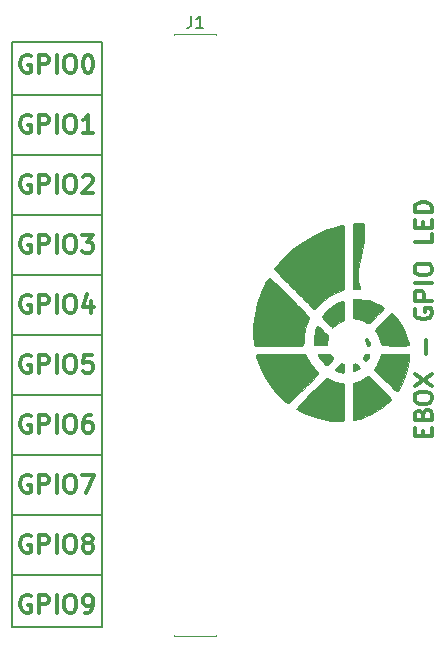
<source format=gbr>
G04 #@! TF.GenerationSoftware,KiCad,Pcbnew,(5.0.0-rc2-dev-107-g49486b83b)*
G04 #@! TF.CreationDate,2018-03-26T23:58:36+08:00*
G04 #@! TF.ProjectId,ebox-gpio-led,65626F782D6770696F2D6C65642E6B69,rev?*
G04 #@! TF.SameCoordinates,Original*
G04 #@! TF.FileFunction,Legend,Top*
G04 #@! TF.FilePolarity,Positive*
%FSLAX46Y46*%
G04 Gerber Fmt 4.6, Leading zero omitted, Abs format (unit mm)*
G04 Created by KiCad (PCBNEW (5.0.0-rc2-dev-107-g49486b83b)) date 03/26/18 23:58:37*
%MOMM*%
%LPD*%
G01*
G04 APERTURE LIST*
%ADD10C,0.200000*%
%ADD11C,0.300000*%
%ADD12C,0.120000*%
%ADD13C,0.010000*%
%ADD14C,0.150000*%
G04 APERTURE END LIST*
D10*
X6985000Y-57785000D02*
X14605000Y-57785000D01*
X6985000Y-52705000D02*
X14605000Y-52705000D01*
X6985000Y-47625000D02*
X14605000Y-47625000D01*
X6985000Y-42545000D02*
X14605000Y-42545000D01*
X6985000Y-37465000D02*
X14605000Y-37465000D01*
X6985000Y-32385000D02*
X14605000Y-32385000D01*
X6985000Y-27305000D02*
X14605000Y-27305000D01*
X6985000Y-22225000D02*
X14605000Y-22225000D01*
X6985000Y-17145000D02*
X14605000Y-17145000D01*
X14605000Y-62230000D02*
X6985000Y-62230000D01*
X14605000Y-12700000D02*
X14605000Y-62230000D01*
X6985000Y-12700000D02*
X14605000Y-12700000D01*
X6985000Y-12700000D02*
X6985000Y-62230000D01*
D11*
X8580714Y-59575000D02*
X8437857Y-59503571D01*
X8223571Y-59503571D01*
X8009285Y-59575000D01*
X7866428Y-59717857D01*
X7795000Y-59860714D01*
X7723571Y-60146428D01*
X7723571Y-60360714D01*
X7795000Y-60646428D01*
X7866428Y-60789285D01*
X8009285Y-60932142D01*
X8223571Y-61003571D01*
X8366428Y-61003571D01*
X8580714Y-60932142D01*
X8652142Y-60860714D01*
X8652142Y-60360714D01*
X8366428Y-60360714D01*
X9295000Y-61003571D02*
X9295000Y-59503571D01*
X9866428Y-59503571D01*
X10009285Y-59575000D01*
X10080714Y-59646428D01*
X10152142Y-59789285D01*
X10152142Y-60003571D01*
X10080714Y-60146428D01*
X10009285Y-60217857D01*
X9866428Y-60289285D01*
X9295000Y-60289285D01*
X10795000Y-61003571D02*
X10795000Y-59503571D01*
X11795000Y-59503571D02*
X12080714Y-59503571D01*
X12223571Y-59575000D01*
X12366428Y-59717857D01*
X12437857Y-60003571D01*
X12437857Y-60503571D01*
X12366428Y-60789285D01*
X12223571Y-60932142D01*
X12080714Y-61003571D01*
X11795000Y-61003571D01*
X11652142Y-60932142D01*
X11509285Y-60789285D01*
X11437857Y-60503571D01*
X11437857Y-60003571D01*
X11509285Y-59717857D01*
X11652142Y-59575000D01*
X11795000Y-59503571D01*
X13152142Y-61003571D02*
X13437857Y-61003571D01*
X13580714Y-60932142D01*
X13652142Y-60860714D01*
X13795000Y-60646428D01*
X13866428Y-60360714D01*
X13866428Y-59789285D01*
X13795000Y-59646428D01*
X13723571Y-59575000D01*
X13580714Y-59503571D01*
X13295000Y-59503571D01*
X13152142Y-59575000D01*
X13080714Y-59646428D01*
X13009285Y-59789285D01*
X13009285Y-60146428D01*
X13080714Y-60289285D01*
X13152142Y-60360714D01*
X13295000Y-60432142D01*
X13580714Y-60432142D01*
X13723571Y-60360714D01*
X13795000Y-60289285D01*
X13866428Y-60146428D01*
X8580714Y-54495000D02*
X8437857Y-54423571D01*
X8223571Y-54423571D01*
X8009285Y-54495000D01*
X7866428Y-54637857D01*
X7795000Y-54780714D01*
X7723571Y-55066428D01*
X7723571Y-55280714D01*
X7795000Y-55566428D01*
X7866428Y-55709285D01*
X8009285Y-55852142D01*
X8223571Y-55923571D01*
X8366428Y-55923571D01*
X8580714Y-55852142D01*
X8652142Y-55780714D01*
X8652142Y-55280714D01*
X8366428Y-55280714D01*
X9295000Y-55923571D02*
X9295000Y-54423571D01*
X9866428Y-54423571D01*
X10009285Y-54495000D01*
X10080714Y-54566428D01*
X10152142Y-54709285D01*
X10152142Y-54923571D01*
X10080714Y-55066428D01*
X10009285Y-55137857D01*
X9866428Y-55209285D01*
X9295000Y-55209285D01*
X10795000Y-55923571D02*
X10795000Y-54423571D01*
X11795000Y-54423571D02*
X12080714Y-54423571D01*
X12223571Y-54495000D01*
X12366428Y-54637857D01*
X12437857Y-54923571D01*
X12437857Y-55423571D01*
X12366428Y-55709285D01*
X12223571Y-55852142D01*
X12080714Y-55923571D01*
X11795000Y-55923571D01*
X11652142Y-55852142D01*
X11509285Y-55709285D01*
X11437857Y-55423571D01*
X11437857Y-54923571D01*
X11509285Y-54637857D01*
X11652142Y-54495000D01*
X11795000Y-54423571D01*
X13295000Y-55066428D02*
X13152142Y-54995000D01*
X13080714Y-54923571D01*
X13009285Y-54780714D01*
X13009285Y-54709285D01*
X13080714Y-54566428D01*
X13152142Y-54495000D01*
X13295000Y-54423571D01*
X13580714Y-54423571D01*
X13723571Y-54495000D01*
X13795000Y-54566428D01*
X13866428Y-54709285D01*
X13866428Y-54780714D01*
X13795000Y-54923571D01*
X13723571Y-54995000D01*
X13580714Y-55066428D01*
X13295000Y-55066428D01*
X13152142Y-55137857D01*
X13080714Y-55209285D01*
X13009285Y-55352142D01*
X13009285Y-55637857D01*
X13080714Y-55780714D01*
X13152142Y-55852142D01*
X13295000Y-55923571D01*
X13580714Y-55923571D01*
X13723571Y-55852142D01*
X13795000Y-55780714D01*
X13866428Y-55637857D01*
X13866428Y-55352142D01*
X13795000Y-55209285D01*
X13723571Y-55137857D01*
X13580714Y-55066428D01*
X8580714Y-49415000D02*
X8437857Y-49343571D01*
X8223571Y-49343571D01*
X8009285Y-49415000D01*
X7866428Y-49557857D01*
X7795000Y-49700714D01*
X7723571Y-49986428D01*
X7723571Y-50200714D01*
X7795000Y-50486428D01*
X7866428Y-50629285D01*
X8009285Y-50772142D01*
X8223571Y-50843571D01*
X8366428Y-50843571D01*
X8580714Y-50772142D01*
X8652142Y-50700714D01*
X8652142Y-50200714D01*
X8366428Y-50200714D01*
X9295000Y-50843571D02*
X9295000Y-49343571D01*
X9866428Y-49343571D01*
X10009285Y-49415000D01*
X10080714Y-49486428D01*
X10152142Y-49629285D01*
X10152142Y-49843571D01*
X10080714Y-49986428D01*
X10009285Y-50057857D01*
X9866428Y-50129285D01*
X9295000Y-50129285D01*
X10795000Y-50843571D02*
X10795000Y-49343571D01*
X11795000Y-49343571D02*
X12080714Y-49343571D01*
X12223571Y-49415000D01*
X12366428Y-49557857D01*
X12437857Y-49843571D01*
X12437857Y-50343571D01*
X12366428Y-50629285D01*
X12223571Y-50772142D01*
X12080714Y-50843571D01*
X11795000Y-50843571D01*
X11652142Y-50772142D01*
X11509285Y-50629285D01*
X11437857Y-50343571D01*
X11437857Y-49843571D01*
X11509285Y-49557857D01*
X11652142Y-49415000D01*
X11795000Y-49343571D01*
X12937857Y-49343571D02*
X13937857Y-49343571D01*
X13295000Y-50843571D01*
X8580714Y-44335000D02*
X8437857Y-44263571D01*
X8223571Y-44263571D01*
X8009285Y-44335000D01*
X7866428Y-44477857D01*
X7795000Y-44620714D01*
X7723571Y-44906428D01*
X7723571Y-45120714D01*
X7795000Y-45406428D01*
X7866428Y-45549285D01*
X8009285Y-45692142D01*
X8223571Y-45763571D01*
X8366428Y-45763571D01*
X8580714Y-45692142D01*
X8652142Y-45620714D01*
X8652142Y-45120714D01*
X8366428Y-45120714D01*
X9295000Y-45763571D02*
X9295000Y-44263571D01*
X9866428Y-44263571D01*
X10009285Y-44335000D01*
X10080714Y-44406428D01*
X10152142Y-44549285D01*
X10152142Y-44763571D01*
X10080714Y-44906428D01*
X10009285Y-44977857D01*
X9866428Y-45049285D01*
X9295000Y-45049285D01*
X10795000Y-45763571D02*
X10795000Y-44263571D01*
X11795000Y-44263571D02*
X12080714Y-44263571D01*
X12223571Y-44335000D01*
X12366428Y-44477857D01*
X12437857Y-44763571D01*
X12437857Y-45263571D01*
X12366428Y-45549285D01*
X12223571Y-45692142D01*
X12080714Y-45763571D01*
X11795000Y-45763571D01*
X11652142Y-45692142D01*
X11509285Y-45549285D01*
X11437857Y-45263571D01*
X11437857Y-44763571D01*
X11509285Y-44477857D01*
X11652142Y-44335000D01*
X11795000Y-44263571D01*
X13723571Y-44263571D02*
X13437857Y-44263571D01*
X13295000Y-44335000D01*
X13223571Y-44406428D01*
X13080714Y-44620714D01*
X13009285Y-44906428D01*
X13009285Y-45477857D01*
X13080714Y-45620714D01*
X13152142Y-45692142D01*
X13295000Y-45763571D01*
X13580714Y-45763571D01*
X13723571Y-45692142D01*
X13795000Y-45620714D01*
X13866428Y-45477857D01*
X13866428Y-45120714D01*
X13795000Y-44977857D01*
X13723571Y-44906428D01*
X13580714Y-44835000D01*
X13295000Y-44835000D01*
X13152142Y-44906428D01*
X13080714Y-44977857D01*
X13009285Y-45120714D01*
X8580714Y-39255000D02*
X8437857Y-39183571D01*
X8223571Y-39183571D01*
X8009285Y-39255000D01*
X7866428Y-39397857D01*
X7795000Y-39540714D01*
X7723571Y-39826428D01*
X7723571Y-40040714D01*
X7795000Y-40326428D01*
X7866428Y-40469285D01*
X8009285Y-40612142D01*
X8223571Y-40683571D01*
X8366428Y-40683571D01*
X8580714Y-40612142D01*
X8652142Y-40540714D01*
X8652142Y-40040714D01*
X8366428Y-40040714D01*
X9295000Y-40683571D02*
X9295000Y-39183571D01*
X9866428Y-39183571D01*
X10009285Y-39255000D01*
X10080714Y-39326428D01*
X10152142Y-39469285D01*
X10152142Y-39683571D01*
X10080714Y-39826428D01*
X10009285Y-39897857D01*
X9866428Y-39969285D01*
X9295000Y-39969285D01*
X10795000Y-40683571D02*
X10795000Y-39183571D01*
X11795000Y-39183571D02*
X12080714Y-39183571D01*
X12223571Y-39255000D01*
X12366428Y-39397857D01*
X12437857Y-39683571D01*
X12437857Y-40183571D01*
X12366428Y-40469285D01*
X12223571Y-40612142D01*
X12080714Y-40683571D01*
X11795000Y-40683571D01*
X11652142Y-40612142D01*
X11509285Y-40469285D01*
X11437857Y-40183571D01*
X11437857Y-39683571D01*
X11509285Y-39397857D01*
X11652142Y-39255000D01*
X11795000Y-39183571D01*
X13795000Y-39183571D02*
X13080714Y-39183571D01*
X13009285Y-39897857D01*
X13080714Y-39826428D01*
X13223571Y-39755000D01*
X13580714Y-39755000D01*
X13723571Y-39826428D01*
X13795000Y-39897857D01*
X13866428Y-40040714D01*
X13866428Y-40397857D01*
X13795000Y-40540714D01*
X13723571Y-40612142D01*
X13580714Y-40683571D01*
X13223571Y-40683571D01*
X13080714Y-40612142D01*
X13009285Y-40540714D01*
X8580714Y-34175000D02*
X8437857Y-34103571D01*
X8223571Y-34103571D01*
X8009285Y-34175000D01*
X7866428Y-34317857D01*
X7795000Y-34460714D01*
X7723571Y-34746428D01*
X7723571Y-34960714D01*
X7795000Y-35246428D01*
X7866428Y-35389285D01*
X8009285Y-35532142D01*
X8223571Y-35603571D01*
X8366428Y-35603571D01*
X8580714Y-35532142D01*
X8652142Y-35460714D01*
X8652142Y-34960714D01*
X8366428Y-34960714D01*
X9295000Y-35603571D02*
X9295000Y-34103571D01*
X9866428Y-34103571D01*
X10009285Y-34175000D01*
X10080714Y-34246428D01*
X10152142Y-34389285D01*
X10152142Y-34603571D01*
X10080714Y-34746428D01*
X10009285Y-34817857D01*
X9866428Y-34889285D01*
X9295000Y-34889285D01*
X10795000Y-35603571D02*
X10795000Y-34103571D01*
X11795000Y-34103571D02*
X12080714Y-34103571D01*
X12223571Y-34175000D01*
X12366428Y-34317857D01*
X12437857Y-34603571D01*
X12437857Y-35103571D01*
X12366428Y-35389285D01*
X12223571Y-35532142D01*
X12080714Y-35603571D01*
X11795000Y-35603571D01*
X11652142Y-35532142D01*
X11509285Y-35389285D01*
X11437857Y-35103571D01*
X11437857Y-34603571D01*
X11509285Y-34317857D01*
X11652142Y-34175000D01*
X11795000Y-34103571D01*
X13723571Y-34603571D02*
X13723571Y-35603571D01*
X13366428Y-34032142D02*
X13009285Y-35103571D01*
X13937857Y-35103571D01*
X8580714Y-29095000D02*
X8437857Y-29023571D01*
X8223571Y-29023571D01*
X8009285Y-29095000D01*
X7866428Y-29237857D01*
X7795000Y-29380714D01*
X7723571Y-29666428D01*
X7723571Y-29880714D01*
X7795000Y-30166428D01*
X7866428Y-30309285D01*
X8009285Y-30452142D01*
X8223571Y-30523571D01*
X8366428Y-30523571D01*
X8580714Y-30452142D01*
X8652142Y-30380714D01*
X8652142Y-29880714D01*
X8366428Y-29880714D01*
X9295000Y-30523571D02*
X9295000Y-29023571D01*
X9866428Y-29023571D01*
X10009285Y-29095000D01*
X10080714Y-29166428D01*
X10152142Y-29309285D01*
X10152142Y-29523571D01*
X10080714Y-29666428D01*
X10009285Y-29737857D01*
X9866428Y-29809285D01*
X9295000Y-29809285D01*
X10795000Y-30523571D02*
X10795000Y-29023571D01*
X11795000Y-29023571D02*
X12080714Y-29023571D01*
X12223571Y-29095000D01*
X12366428Y-29237857D01*
X12437857Y-29523571D01*
X12437857Y-30023571D01*
X12366428Y-30309285D01*
X12223571Y-30452142D01*
X12080714Y-30523571D01*
X11795000Y-30523571D01*
X11652142Y-30452142D01*
X11509285Y-30309285D01*
X11437857Y-30023571D01*
X11437857Y-29523571D01*
X11509285Y-29237857D01*
X11652142Y-29095000D01*
X11795000Y-29023571D01*
X12937857Y-29023571D02*
X13866428Y-29023571D01*
X13366428Y-29595000D01*
X13580714Y-29595000D01*
X13723571Y-29666428D01*
X13795000Y-29737857D01*
X13866428Y-29880714D01*
X13866428Y-30237857D01*
X13795000Y-30380714D01*
X13723571Y-30452142D01*
X13580714Y-30523571D01*
X13152142Y-30523571D01*
X13009285Y-30452142D01*
X12937857Y-30380714D01*
X8580714Y-24015000D02*
X8437857Y-23943571D01*
X8223571Y-23943571D01*
X8009285Y-24015000D01*
X7866428Y-24157857D01*
X7795000Y-24300714D01*
X7723571Y-24586428D01*
X7723571Y-24800714D01*
X7795000Y-25086428D01*
X7866428Y-25229285D01*
X8009285Y-25372142D01*
X8223571Y-25443571D01*
X8366428Y-25443571D01*
X8580714Y-25372142D01*
X8652142Y-25300714D01*
X8652142Y-24800714D01*
X8366428Y-24800714D01*
X9295000Y-25443571D02*
X9295000Y-23943571D01*
X9866428Y-23943571D01*
X10009285Y-24015000D01*
X10080714Y-24086428D01*
X10152142Y-24229285D01*
X10152142Y-24443571D01*
X10080714Y-24586428D01*
X10009285Y-24657857D01*
X9866428Y-24729285D01*
X9295000Y-24729285D01*
X10795000Y-25443571D02*
X10795000Y-23943571D01*
X11795000Y-23943571D02*
X12080714Y-23943571D01*
X12223571Y-24015000D01*
X12366428Y-24157857D01*
X12437857Y-24443571D01*
X12437857Y-24943571D01*
X12366428Y-25229285D01*
X12223571Y-25372142D01*
X12080714Y-25443571D01*
X11795000Y-25443571D01*
X11652142Y-25372142D01*
X11509285Y-25229285D01*
X11437857Y-24943571D01*
X11437857Y-24443571D01*
X11509285Y-24157857D01*
X11652142Y-24015000D01*
X11795000Y-23943571D01*
X13009285Y-24086428D02*
X13080714Y-24015000D01*
X13223571Y-23943571D01*
X13580714Y-23943571D01*
X13723571Y-24015000D01*
X13795000Y-24086428D01*
X13866428Y-24229285D01*
X13866428Y-24372142D01*
X13795000Y-24586428D01*
X12937857Y-25443571D01*
X13866428Y-25443571D01*
X8580714Y-18935000D02*
X8437857Y-18863571D01*
X8223571Y-18863571D01*
X8009285Y-18935000D01*
X7866428Y-19077857D01*
X7795000Y-19220714D01*
X7723571Y-19506428D01*
X7723571Y-19720714D01*
X7795000Y-20006428D01*
X7866428Y-20149285D01*
X8009285Y-20292142D01*
X8223571Y-20363571D01*
X8366428Y-20363571D01*
X8580714Y-20292142D01*
X8652142Y-20220714D01*
X8652142Y-19720714D01*
X8366428Y-19720714D01*
X9295000Y-20363571D02*
X9295000Y-18863571D01*
X9866428Y-18863571D01*
X10009285Y-18935000D01*
X10080714Y-19006428D01*
X10152142Y-19149285D01*
X10152142Y-19363571D01*
X10080714Y-19506428D01*
X10009285Y-19577857D01*
X9866428Y-19649285D01*
X9295000Y-19649285D01*
X10795000Y-20363571D02*
X10795000Y-18863571D01*
X11795000Y-18863571D02*
X12080714Y-18863571D01*
X12223571Y-18935000D01*
X12366428Y-19077857D01*
X12437857Y-19363571D01*
X12437857Y-19863571D01*
X12366428Y-20149285D01*
X12223571Y-20292142D01*
X12080714Y-20363571D01*
X11795000Y-20363571D01*
X11652142Y-20292142D01*
X11509285Y-20149285D01*
X11437857Y-19863571D01*
X11437857Y-19363571D01*
X11509285Y-19077857D01*
X11652142Y-18935000D01*
X11795000Y-18863571D01*
X13866428Y-20363571D02*
X13009285Y-20363571D01*
X13437857Y-20363571D02*
X13437857Y-18863571D01*
X13295000Y-19077857D01*
X13152142Y-19220714D01*
X13009285Y-19292142D01*
X41802857Y-46087857D02*
X41802857Y-45587857D01*
X42588571Y-45373571D02*
X42588571Y-46087857D01*
X41088571Y-46087857D01*
X41088571Y-45373571D01*
X41802857Y-44230714D02*
X41874285Y-44016428D01*
X41945714Y-43945000D01*
X42088571Y-43873571D01*
X42302857Y-43873571D01*
X42445714Y-43945000D01*
X42517142Y-44016428D01*
X42588571Y-44159285D01*
X42588571Y-44730714D01*
X41088571Y-44730714D01*
X41088571Y-44230714D01*
X41160000Y-44087857D01*
X41231428Y-44016428D01*
X41374285Y-43945000D01*
X41517142Y-43945000D01*
X41660000Y-44016428D01*
X41731428Y-44087857D01*
X41802857Y-44230714D01*
X41802857Y-44730714D01*
X41088571Y-42945000D02*
X41088571Y-42659285D01*
X41160000Y-42516428D01*
X41302857Y-42373571D01*
X41588571Y-42302142D01*
X42088571Y-42302142D01*
X42374285Y-42373571D01*
X42517142Y-42516428D01*
X42588571Y-42659285D01*
X42588571Y-42945000D01*
X42517142Y-43087857D01*
X42374285Y-43230714D01*
X42088571Y-43302142D01*
X41588571Y-43302142D01*
X41302857Y-43230714D01*
X41160000Y-43087857D01*
X41088571Y-42945000D01*
X41088571Y-41802142D02*
X42588571Y-40802142D01*
X41088571Y-40802142D02*
X42588571Y-41802142D01*
X42017142Y-39087857D02*
X42017142Y-37945000D01*
X41160000Y-35302142D02*
X41088571Y-35445000D01*
X41088571Y-35659285D01*
X41160000Y-35873571D01*
X41302857Y-36016428D01*
X41445714Y-36087857D01*
X41731428Y-36159285D01*
X41945714Y-36159285D01*
X42231428Y-36087857D01*
X42374285Y-36016428D01*
X42517142Y-35873571D01*
X42588571Y-35659285D01*
X42588571Y-35516428D01*
X42517142Y-35302142D01*
X42445714Y-35230714D01*
X41945714Y-35230714D01*
X41945714Y-35516428D01*
X42588571Y-34587857D02*
X41088571Y-34587857D01*
X41088571Y-34016428D01*
X41160000Y-33873571D01*
X41231428Y-33802142D01*
X41374285Y-33730714D01*
X41588571Y-33730714D01*
X41731428Y-33802142D01*
X41802857Y-33873571D01*
X41874285Y-34016428D01*
X41874285Y-34587857D01*
X42588571Y-33087857D02*
X41088571Y-33087857D01*
X41088571Y-32087857D02*
X41088571Y-31802142D01*
X41160000Y-31659285D01*
X41302857Y-31516428D01*
X41588571Y-31445000D01*
X42088571Y-31445000D01*
X42374285Y-31516428D01*
X42517142Y-31659285D01*
X42588571Y-31802142D01*
X42588571Y-32087857D01*
X42517142Y-32230714D01*
X42374285Y-32373571D01*
X42088571Y-32445000D01*
X41588571Y-32445000D01*
X41302857Y-32373571D01*
X41160000Y-32230714D01*
X41088571Y-32087857D01*
X42588571Y-28945000D02*
X42588571Y-29659285D01*
X41088571Y-29659285D01*
X41802857Y-28445000D02*
X41802857Y-27945000D01*
X42588571Y-27730714D02*
X42588571Y-28445000D01*
X41088571Y-28445000D01*
X41088571Y-27730714D01*
X42588571Y-27087857D02*
X41088571Y-27087857D01*
X41088571Y-26730714D01*
X41160000Y-26516428D01*
X41302857Y-26373571D01*
X41445714Y-26302142D01*
X41731428Y-26230714D01*
X41945714Y-26230714D01*
X42231428Y-26302142D01*
X42374285Y-26373571D01*
X42517142Y-26516428D01*
X42588571Y-26730714D01*
X42588571Y-27087857D01*
X8580714Y-13855000D02*
X8437857Y-13783571D01*
X8223571Y-13783571D01*
X8009285Y-13855000D01*
X7866428Y-13997857D01*
X7795000Y-14140714D01*
X7723571Y-14426428D01*
X7723571Y-14640714D01*
X7795000Y-14926428D01*
X7866428Y-15069285D01*
X8009285Y-15212142D01*
X8223571Y-15283571D01*
X8366428Y-15283571D01*
X8580714Y-15212142D01*
X8652142Y-15140714D01*
X8652142Y-14640714D01*
X8366428Y-14640714D01*
X9295000Y-15283571D02*
X9295000Y-13783571D01*
X9866428Y-13783571D01*
X10009285Y-13855000D01*
X10080714Y-13926428D01*
X10152142Y-14069285D01*
X10152142Y-14283571D01*
X10080714Y-14426428D01*
X10009285Y-14497857D01*
X9866428Y-14569285D01*
X9295000Y-14569285D01*
X10795000Y-15283571D02*
X10795000Y-13783571D01*
X11795000Y-13783571D02*
X12080714Y-13783571D01*
X12223571Y-13855000D01*
X12366428Y-13997857D01*
X12437857Y-14283571D01*
X12437857Y-14783571D01*
X12366428Y-15069285D01*
X12223571Y-15212142D01*
X12080714Y-15283571D01*
X11795000Y-15283571D01*
X11652142Y-15212142D01*
X11509285Y-15069285D01*
X11437857Y-14783571D01*
X11437857Y-14283571D01*
X11509285Y-13997857D01*
X11652142Y-13855000D01*
X11795000Y-13783571D01*
X13366428Y-13783571D02*
X13509285Y-13783571D01*
X13652142Y-13855000D01*
X13723571Y-13926428D01*
X13795000Y-14069285D01*
X13866428Y-14355000D01*
X13866428Y-14712142D01*
X13795000Y-14997857D01*
X13723571Y-15140714D01*
X13652142Y-15212142D01*
X13509285Y-15283571D01*
X13366428Y-15283571D01*
X13223571Y-15212142D01*
X13152142Y-15140714D01*
X13080714Y-14997857D01*
X13009285Y-14712142D01*
X13009285Y-14355000D01*
X13080714Y-14069285D01*
X13152142Y-13926428D01*
X13223571Y-13855000D01*
X13366428Y-13783571D01*
D12*
X24265000Y-62895000D02*
X24265000Y-62960000D01*
X20735000Y-62895000D02*
X20735000Y-62960000D01*
X24265000Y-12040000D02*
X24265000Y-12105000D01*
X20735000Y-12040000D02*
X20735000Y-12105000D01*
X20735000Y-62960000D02*
X24265000Y-62960000D01*
X20735000Y-12040000D02*
X24265000Y-12040000D01*
D13*
G36*
X37888601Y-40030966D02*
X37997665Y-39812969D01*
X38094592Y-39598970D01*
X38163653Y-39424428D01*
X38179532Y-39375080D01*
X38229355Y-39230727D01*
X38279692Y-39130173D01*
X38298186Y-39109158D01*
X38362768Y-39098118D01*
X38513331Y-39088301D01*
X38734261Y-39080226D01*
X39009941Y-39074410D01*
X39324755Y-39071373D01*
X39446200Y-39071058D01*
X39833898Y-39072180D01*
X40131286Y-39077247D01*
X40349626Y-39087885D01*
X40500181Y-39105717D01*
X40594213Y-39132367D01*
X40642986Y-39169459D01*
X40657763Y-39218617D01*
X40656269Y-39245540D01*
X40647304Y-39319874D01*
X40630035Y-39464319D01*
X40608139Y-39648097D01*
X40607380Y-39654480D01*
X40541257Y-40055884D01*
X40437894Y-40497460D01*
X40309504Y-40930631D01*
X40230597Y-41153080D01*
X40123244Y-41409036D01*
X40000694Y-41660173D01*
X39873582Y-41888652D01*
X39752545Y-42076636D01*
X39648221Y-42206284D01*
X39571247Y-42259758D01*
X39570660Y-42259846D01*
X39512602Y-42241020D01*
X39411759Y-42170266D01*
X39262666Y-42042724D01*
X39059859Y-41853535D01*
X38797874Y-41597840D01*
X38566056Y-41366332D01*
X37663052Y-40458252D01*
X37888601Y-40030966D01*
X37888601Y-40030966D01*
G37*
X37888601Y-40030966D02*
X37997665Y-39812969D01*
X38094592Y-39598970D01*
X38163653Y-39424428D01*
X38179532Y-39375080D01*
X38229355Y-39230727D01*
X38279692Y-39130173D01*
X38298186Y-39109158D01*
X38362768Y-39098118D01*
X38513331Y-39088301D01*
X38734261Y-39080226D01*
X39009941Y-39074410D01*
X39324755Y-39071373D01*
X39446200Y-39071058D01*
X39833898Y-39072180D01*
X40131286Y-39077247D01*
X40349626Y-39087885D01*
X40500181Y-39105717D01*
X40594213Y-39132367D01*
X40642986Y-39169459D01*
X40657763Y-39218617D01*
X40656269Y-39245540D01*
X40647304Y-39319874D01*
X40630035Y-39464319D01*
X40608139Y-39648097D01*
X40607380Y-39654480D01*
X40541257Y-40055884D01*
X40437894Y-40497460D01*
X40309504Y-40930631D01*
X40230597Y-41153080D01*
X40123244Y-41409036D01*
X40000694Y-41660173D01*
X39873582Y-41888652D01*
X39752545Y-42076636D01*
X39648221Y-42206284D01*
X39571247Y-42259758D01*
X39570660Y-42259846D01*
X39512602Y-42241020D01*
X39411759Y-42170266D01*
X39262666Y-42042724D01*
X39059859Y-41853535D01*
X38797874Y-41597840D01*
X38566056Y-41366332D01*
X37663052Y-40458252D01*
X37888601Y-40030966D01*
G36*
X37779936Y-37053513D02*
X37830379Y-36956014D01*
X37935501Y-36819556D01*
X38101376Y-36635614D01*
X38334079Y-36395667D01*
X38451787Y-36277551D01*
X39136314Y-35594433D01*
X39295932Y-35744857D01*
X39613389Y-36096654D01*
X39910033Y-36527134D01*
X40172956Y-37013684D01*
X40389251Y-37533695D01*
X40483393Y-37824844D01*
X40546349Y-38040788D01*
X40585071Y-38178773D01*
X40601792Y-38258929D01*
X40598747Y-38301387D01*
X40578170Y-38326280D01*
X40542297Y-38353738D01*
X40542115Y-38353889D01*
X40474029Y-38375341D01*
X40325895Y-38390226D01*
X40092228Y-38398754D01*
X39767540Y-38401137D01*
X39393411Y-38398209D01*
X38314652Y-38384480D01*
X38202979Y-38003480D01*
X38118754Y-37746500D01*
X38025714Y-37512068D01*
X37933746Y-37321746D01*
X37852738Y-37197095D01*
X37818785Y-37165729D01*
X37778096Y-37120577D01*
X37779936Y-37053513D01*
X37779936Y-37053513D01*
G37*
X37779936Y-37053513D02*
X37830379Y-36956014D01*
X37935501Y-36819556D01*
X38101376Y-36635614D01*
X38334079Y-36395667D01*
X38451787Y-36277551D01*
X39136314Y-35594433D01*
X39295932Y-35744857D01*
X39613389Y-36096654D01*
X39910033Y-36527134D01*
X40172956Y-37013684D01*
X40389251Y-37533695D01*
X40483393Y-37824844D01*
X40546349Y-38040788D01*
X40585071Y-38178773D01*
X40601792Y-38258929D01*
X40598747Y-38301387D01*
X40578170Y-38326280D01*
X40542297Y-38353738D01*
X40542115Y-38353889D01*
X40474029Y-38375341D01*
X40325895Y-38390226D01*
X40092228Y-38398754D01*
X39767540Y-38401137D01*
X39393411Y-38398209D01*
X38314652Y-38384480D01*
X38202979Y-38003480D01*
X38118754Y-37746500D01*
X38025714Y-37512068D01*
X37933746Y-37321746D01*
X37852738Y-37197095D01*
X37818785Y-37165729D01*
X37778096Y-37120577D01*
X37779936Y-37053513D01*
G36*
X35848825Y-43103137D02*
X35862260Y-41547994D01*
X36141660Y-41460674D01*
X36434457Y-41352903D01*
X36716058Y-41220572D01*
X36947671Y-41082503D01*
X36999410Y-41044498D01*
X37097119Y-40977092D01*
X37158569Y-40949880D01*
X37208059Y-40984744D01*
X37316066Y-41081563D01*
X37471079Y-41228678D01*
X37661589Y-41414431D01*
X37876087Y-41627161D01*
X38103062Y-41855211D01*
X38331006Y-42086921D01*
X38548409Y-42310633D01*
X38743761Y-42514688D01*
X38905554Y-42687426D01*
X39022277Y-42817189D01*
X39082422Y-42892317D01*
X39088060Y-42904428D01*
X39052879Y-42967712D01*
X38959305Y-43077549D01*
X38825292Y-43213456D01*
X38778747Y-43257305D01*
X38420556Y-43557593D01*
X38009914Y-43850902D01*
X37592863Y-44105304D01*
X37437060Y-44187763D01*
X37215955Y-44288716D01*
X36956222Y-44391565D01*
X36682939Y-44488067D01*
X36421185Y-44569983D01*
X36196040Y-44629073D01*
X36032582Y-44657094D01*
X36005146Y-44658281D01*
X35835391Y-44658280D01*
X35848825Y-43103137D01*
X35848825Y-43103137D01*
G37*
X35848825Y-43103137D02*
X35862260Y-41547994D01*
X36141660Y-41460674D01*
X36434457Y-41352903D01*
X36716058Y-41220572D01*
X36947671Y-41082503D01*
X36999410Y-41044498D01*
X37097119Y-40977092D01*
X37158569Y-40949880D01*
X37208059Y-40984744D01*
X37316066Y-41081563D01*
X37471079Y-41228678D01*
X37661589Y-41414431D01*
X37876087Y-41627161D01*
X38103062Y-41855211D01*
X38331006Y-42086921D01*
X38548409Y-42310633D01*
X38743761Y-42514688D01*
X38905554Y-42687426D01*
X39022277Y-42817189D01*
X39082422Y-42892317D01*
X39088060Y-42904428D01*
X39052879Y-42967712D01*
X38959305Y-43077549D01*
X38825292Y-43213456D01*
X38778747Y-43257305D01*
X38420556Y-43557593D01*
X38009914Y-43850902D01*
X37592863Y-44105304D01*
X37437060Y-44187763D01*
X37215955Y-44288716D01*
X36956222Y-44391565D01*
X36682939Y-44488067D01*
X36421185Y-44569983D01*
X36196040Y-44629073D01*
X36032582Y-44657094D01*
X36005146Y-44658281D01*
X35835391Y-44658280D01*
X35848825Y-43103137D01*
G36*
X36395660Y-34477738D02*
X36827234Y-34499717D01*
X37212284Y-34563380D01*
X37591235Y-34678114D01*
X37995860Y-34849246D01*
X38211566Y-34950662D01*
X38363208Y-35032356D01*
X38449987Y-35108135D01*
X38471101Y-35191803D01*
X38425751Y-35297167D01*
X38313136Y-35438032D01*
X38132455Y-35628205D01*
X37939344Y-35824128D01*
X37733457Y-36030701D01*
X37546995Y-36213400D01*
X37393747Y-36359051D01*
X37287505Y-36454481D01*
X37247790Y-36484736D01*
X37166226Y-36497404D01*
X37042559Y-36458264D01*
X36879504Y-36374168D01*
X36600772Y-36250633D01*
X36282563Y-36163236D01*
X36230573Y-36153738D01*
X35862260Y-36091680D01*
X35862260Y-34472880D01*
X36395660Y-34477738D01*
X36395660Y-34477738D01*
G37*
X36395660Y-34477738D02*
X36827234Y-34499717D01*
X37212284Y-34563380D01*
X37591235Y-34678114D01*
X37995860Y-34849246D01*
X38211566Y-34950662D01*
X38363208Y-35032356D01*
X38449987Y-35108135D01*
X38471101Y-35191803D01*
X38425751Y-35297167D01*
X38313136Y-35438032D01*
X38132455Y-35628205D01*
X37939344Y-35824128D01*
X37733457Y-36030701D01*
X37546995Y-36213400D01*
X37393747Y-36359051D01*
X37287505Y-36454481D01*
X37247790Y-36484736D01*
X37166226Y-36497404D01*
X37042559Y-36458264D01*
X36879504Y-36374168D01*
X36600772Y-36250633D01*
X36282563Y-36163236D01*
X36230573Y-36153738D01*
X35862260Y-36091680D01*
X35862260Y-34472880D01*
X36395660Y-34477738D01*
G36*
X36922793Y-37814158D02*
X36927860Y-37802221D01*
X37001755Y-37748867D01*
X37090294Y-37786544D01*
X37181396Y-37908261D01*
X37209828Y-37965380D01*
X37288158Y-38171252D01*
X37302316Y-38307408D01*
X37252789Y-38382502D01*
X37233860Y-38391510D01*
X37126849Y-38403526D01*
X37092564Y-38395771D01*
X37043726Y-38334563D01*
X36992170Y-38209185D01*
X36948056Y-38056251D01*
X36921544Y-37912371D01*
X36922793Y-37814158D01*
X36922793Y-37814158D01*
G37*
X36922793Y-37814158D02*
X36927860Y-37802221D01*
X37001755Y-37748867D01*
X37090294Y-37786544D01*
X37181396Y-37908261D01*
X37209828Y-37965380D01*
X37288158Y-38171252D01*
X37302316Y-38307408D01*
X37252789Y-38382502D01*
X37233860Y-38391510D01*
X37126849Y-38403526D01*
X37092564Y-38395771D01*
X37043726Y-38334563D01*
X36992170Y-38209185D01*
X36948056Y-38056251D01*
X36921544Y-37912371D01*
X36922793Y-37814158D01*
G36*
X36775048Y-39262726D02*
X36807521Y-39215011D01*
X36904222Y-39109962D01*
X37012512Y-39077525D01*
X37074221Y-39080169D01*
X37190637Y-39108094D01*
X37237955Y-39177956D01*
X37244472Y-39222680D01*
X37228843Y-39355967D01*
X37176468Y-39505164D01*
X37172854Y-39512461D01*
X37082324Y-39652818D01*
X36989938Y-39698838D01*
X36877326Y-39656431D01*
X36830702Y-39622555D01*
X36728455Y-39515038D01*
X36710381Y-39403500D01*
X36775048Y-39262726D01*
X36775048Y-39262726D01*
G37*
X36775048Y-39262726D02*
X36807521Y-39215011D01*
X36904222Y-39109962D01*
X37012512Y-39077525D01*
X37074221Y-39080169D01*
X37190637Y-39108094D01*
X37237955Y-39177956D01*
X37244472Y-39222680D01*
X37228843Y-39355967D01*
X37176468Y-39505164D01*
X37172854Y-39512461D01*
X37082324Y-39652818D01*
X36989938Y-39698838D01*
X36877326Y-39656431D01*
X36830702Y-39622555D01*
X36728455Y-39515038D01*
X36710381Y-39403500D01*
X36775048Y-39262726D01*
G36*
X35836570Y-31409404D02*
X35836860Y-30833651D01*
X35837335Y-30210244D01*
X35838862Y-29681794D01*
X35841594Y-29241664D01*
X35845684Y-28883215D01*
X35851284Y-28599808D01*
X35858547Y-28384806D01*
X35867627Y-28231571D01*
X35878675Y-28133463D01*
X35891845Y-28083845D01*
X35900360Y-28074714D01*
X36010983Y-28054191D01*
X36176280Y-28038242D01*
X36364393Y-28028086D01*
X36543468Y-28024941D01*
X36681650Y-28030026D01*
X36744386Y-28042432D01*
X36768376Y-28104595D01*
X36790721Y-28246037D01*
X36810199Y-28444439D01*
X36825586Y-28677483D01*
X36835658Y-28922848D01*
X36839191Y-29158215D01*
X36834962Y-29361266D01*
X36823987Y-29494480D01*
X36752920Y-29952774D01*
X36669545Y-30356726D01*
X36563607Y-30753576D01*
X36518141Y-30903256D01*
X36364668Y-31468879D01*
X36278671Y-31974722D01*
X36259490Y-32436369D01*
X36306464Y-32869407D01*
X36417250Y-33284543D01*
X36459442Y-33461904D01*
X36432002Y-33570904D01*
X36326850Y-33624017D01*
X36190394Y-33634680D01*
X36113908Y-33637172D01*
X36049257Y-33639426D01*
X35995453Y-33633614D01*
X35951507Y-33611907D01*
X35916431Y-33566475D01*
X35889237Y-33489488D01*
X35868937Y-33373118D01*
X35854543Y-33209536D01*
X35845066Y-32990911D01*
X35839518Y-32709415D01*
X35836912Y-32357218D01*
X35836259Y-31926491D01*
X35836570Y-31409404D01*
X35836570Y-31409404D01*
G37*
X35836570Y-31409404D02*
X35836860Y-30833651D01*
X35837335Y-30210244D01*
X35838862Y-29681794D01*
X35841594Y-29241664D01*
X35845684Y-28883215D01*
X35851284Y-28599808D01*
X35858547Y-28384806D01*
X35867627Y-28231571D01*
X35878675Y-28133463D01*
X35891845Y-28083845D01*
X35900360Y-28074714D01*
X36010983Y-28054191D01*
X36176280Y-28038242D01*
X36364393Y-28028086D01*
X36543468Y-28024941D01*
X36681650Y-28030026D01*
X36744386Y-28042432D01*
X36768376Y-28104595D01*
X36790721Y-28246037D01*
X36810199Y-28444439D01*
X36825586Y-28677483D01*
X36835658Y-28922848D01*
X36839191Y-29158215D01*
X36834962Y-29361266D01*
X36823987Y-29494480D01*
X36752920Y-29952774D01*
X36669545Y-30356726D01*
X36563607Y-30753576D01*
X36518141Y-30903256D01*
X36364668Y-31468879D01*
X36278671Y-31974722D01*
X36259490Y-32436369D01*
X36306464Y-32869407D01*
X36417250Y-33284543D01*
X36459442Y-33461904D01*
X36432002Y-33570904D01*
X36326850Y-33624017D01*
X36190394Y-33634680D01*
X36113908Y-33637172D01*
X36049257Y-33639426D01*
X35995453Y-33633614D01*
X35951507Y-33611907D01*
X35916431Y-33566475D01*
X35889237Y-33489488D01*
X35868937Y-33373118D01*
X35854543Y-33209536D01*
X35845066Y-32990911D01*
X35839518Y-32709415D01*
X35836912Y-32357218D01*
X35836259Y-31926491D01*
X35836570Y-31409404D01*
G36*
X35841717Y-40102141D02*
X35863742Y-40005954D01*
X35914110Y-39950967D01*
X35965131Y-39924058D01*
X36051489Y-39896394D01*
X36126909Y-39915518D01*
X36224903Y-39993816D01*
X36269931Y-40036712D01*
X36393727Y-40170556D01*
X36437169Y-40266558D01*
X36402775Y-40345657D01*
X36315356Y-40414498D01*
X36168525Y-40484644D01*
X36010556Y-40528587D01*
X35836860Y-40556774D01*
X35836860Y-40269638D01*
X35841717Y-40102141D01*
X35841717Y-40102141D01*
G37*
X35841717Y-40102141D02*
X35863742Y-40005954D01*
X35914110Y-39950967D01*
X35965131Y-39924058D01*
X36051489Y-39896394D01*
X36126909Y-39915518D01*
X36224903Y-39993816D01*
X36269931Y-40036712D01*
X36393727Y-40170556D01*
X36437169Y-40266558D01*
X36402775Y-40345657D01*
X36315356Y-40414498D01*
X36168525Y-40484644D01*
X36010556Y-40528587D01*
X35836860Y-40556774D01*
X35836860Y-40269638D01*
X35841717Y-40102141D01*
G36*
X31096325Y-43674025D02*
X31193643Y-43562309D01*
X31343597Y-43399854D01*
X31536171Y-43196771D01*
X31761347Y-42963172D01*
X32009110Y-42709166D01*
X32269442Y-42444865D01*
X32532328Y-42180379D01*
X32787749Y-41925819D01*
X33025691Y-41691295D01*
X33236136Y-41486919D01*
X33409067Y-41322801D01*
X33534468Y-41209052D01*
X33602322Y-41155783D01*
X33609530Y-41153080D01*
X33681003Y-41174523D01*
X33802331Y-41228078D01*
X33845662Y-41249580D01*
X33992377Y-41310153D01*
X34210274Y-41382599D01*
X34470959Y-41458599D01*
X34746041Y-41529833D01*
X34985960Y-41583708D01*
X35125660Y-41612216D01*
X35125660Y-43182625D01*
X35125510Y-43622894D01*
X35124577Y-43972346D01*
X35122134Y-44241764D01*
X35117451Y-44441930D01*
X35109803Y-44583628D01*
X35098461Y-44677639D01*
X35082698Y-44734748D01*
X35061787Y-44765736D01*
X35034999Y-44781386D01*
X35017388Y-44787398D01*
X34866501Y-44808723D01*
X34636116Y-44807860D01*
X34345286Y-44787323D01*
X34013062Y-44749627D01*
X33658499Y-44697286D01*
X33300648Y-44632817D01*
X32958562Y-44558732D01*
X32651294Y-44477549D01*
X32636460Y-44473130D01*
X32403005Y-44395304D01*
X32145816Y-44296680D01*
X31881993Y-44185382D01*
X31628632Y-44069534D01*
X31402831Y-43957259D01*
X31221689Y-43856681D01*
X31102302Y-43775925D01*
X31061660Y-43724891D01*
X31096325Y-43674025D01*
X31096325Y-43674025D01*
G37*
X31096325Y-43674025D02*
X31193643Y-43562309D01*
X31343597Y-43399854D01*
X31536171Y-43196771D01*
X31761347Y-42963172D01*
X32009110Y-42709166D01*
X32269442Y-42444865D01*
X32532328Y-42180379D01*
X32787749Y-41925819D01*
X33025691Y-41691295D01*
X33236136Y-41486919D01*
X33409067Y-41322801D01*
X33534468Y-41209052D01*
X33602322Y-41155783D01*
X33609530Y-41153080D01*
X33681003Y-41174523D01*
X33802331Y-41228078D01*
X33845662Y-41249580D01*
X33992377Y-41310153D01*
X34210274Y-41382599D01*
X34470959Y-41458599D01*
X34746041Y-41529833D01*
X34985960Y-41583708D01*
X35125660Y-41612216D01*
X35125660Y-43182625D01*
X35125510Y-43622894D01*
X35124577Y-43972346D01*
X35122134Y-44241764D01*
X35117451Y-44441930D01*
X35109803Y-44583628D01*
X35098461Y-44677639D01*
X35082698Y-44734748D01*
X35061787Y-44765736D01*
X35034999Y-44781386D01*
X35017388Y-44787398D01*
X34866501Y-44808723D01*
X34636116Y-44807860D01*
X34345286Y-44787323D01*
X34013062Y-44749627D01*
X33658499Y-44697286D01*
X33300648Y-44632817D01*
X32958562Y-44558732D01*
X32651294Y-44477549D01*
X32636460Y-44473130D01*
X32403005Y-44395304D01*
X32145816Y-44296680D01*
X31881993Y-44185382D01*
X31628632Y-44069534D01*
X31402831Y-43957259D01*
X31221689Y-43856681D01*
X31102302Y-43775925D01*
X31061660Y-43724891D01*
X31096325Y-43674025D01*
G36*
X34364048Y-40367772D02*
X34466042Y-40250904D01*
X34569672Y-40143976D01*
X34717097Y-39998773D01*
X34818368Y-39918048D01*
X34896114Y-39891503D01*
X34972965Y-39908840D01*
X35027399Y-39935668D01*
X35082667Y-39982733D01*
X35112793Y-40066273D01*
X35124551Y-40212352D01*
X35125660Y-40313670D01*
X35118910Y-40486080D01*
X35101299Y-40614523D01*
X35079105Y-40667857D01*
X35005155Y-40673717D01*
X34867900Y-40657534D01*
X34701493Y-40625973D01*
X34540088Y-40585704D01*
X34417839Y-40543393D01*
X34401760Y-40535623D01*
X34339134Y-40493275D01*
X34324154Y-40442944D01*
X34364048Y-40367772D01*
X34364048Y-40367772D01*
G37*
X34364048Y-40367772D02*
X34466042Y-40250904D01*
X34569672Y-40143976D01*
X34717097Y-39998773D01*
X34818368Y-39918048D01*
X34896114Y-39891503D01*
X34972965Y-39908840D01*
X35027399Y-39935668D01*
X35082667Y-39982733D01*
X35112793Y-40066273D01*
X35124551Y-40212352D01*
X35125660Y-40313670D01*
X35118910Y-40486080D01*
X35101299Y-40614523D01*
X35079105Y-40667857D01*
X35005155Y-40673717D01*
X34867900Y-40657534D01*
X34701493Y-40625973D01*
X34540088Y-40585704D01*
X34417839Y-40543393D01*
X34401760Y-40535623D01*
X34339134Y-40493275D01*
X34324154Y-40442944D01*
X34364048Y-40367772D01*
G36*
X33283669Y-35856356D02*
X33385274Y-35723623D01*
X33534041Y-35561888D01*
X33713134Y-35387425D01*
X33905719Y-35216510D01*
X34094961Y-35065420D01*
X34264026Y-34950430D01*
X34287864Y-34936590D01*
X34515850Y-34817314D01*
X34730629Y-34721348D01*
X34910436Y-34657121D01*
X35033507Y-34633067D01*
X35062160Y-34636647D01*
X35088388Y-34675422D01*
X35106985Y-34777270D01*
X35118792Y-34952709D01*
X35124647Y-35212257D01*
X35125660Y-35432191D01*
X35125660Y-36205235D01*
X34902444Y-36313682D01*
X34742657Y-36407647D01*
X34556387Y-36540501D01*
X34418148Y-36654004D01*
X34283550Y-36769962D01*
X34179333Y-36853113D01*
X34127581Y-36885860D01*
X34127157Y-36885880D01*
X34081188Y-36852454D01*
X33978481Y-36761542D01*
X33834444Y-36627197D01*
X33671652Y-36470469D01*
X33455706Y-36249186D01*
X33314061Y-36079957D01*
X33249792Y-35966587D01*
X33246060Y-35943810D01*
X33283669Y-35856356D01*
X33283669Y-35856356D01*
G37*
X33283669Y-35856356D02*
X33385274Y-35723623D01*
X33534041Y-35561888D01*
X33713134Y-35387425D01*
X33905719Y-35216510D01*
X34094961Y-35065420D01*
X34264026Y-34950430D01*
X34287864Y-34936590D01*
X34515850Y-34817314D01*
X34730629Y-34721348D01*
X34910436Y-34657121D01*
X35033507Y-34633067D01*
X35062160Y-34636647D01*
X35088388Y-34675422D01*
X35106985Y-34777270D01*
X35118792Y-34952709D01*
X35124647Y-35212257D01*
X35125660Y-35432191D01*
X35125660Y-36205235D01*
X34902444Y-36313682D01*
X34742657Y-36407647D01*
X34556387Y-36540501D01*
X34418148Y-36654004D01*
X34283550Y-36769962D01*
X34179333Y-36853113D01*
X34127581Y-36885860D01*
X34127157Y-36885880D01*
X34081188Y-36852454D01*
X33978481Y-36761542D01*
X33834444Y-36627197D01*
X33671652Y-36470469D01*
X33455706Y-36249186D01*
X33314061Y-36079957D01*
X33249792Y-35966587D01*
X33246060Y-35943810D01*
X33283669Y-35856356D01*
G36*
X29226892Y-31855251D02*
X29316425Y-31736084D01*
X29443887Y-31574091D01*
X29588438Y-31395717D01*
X30188435Y-30741879D01*
X30872670Y-30136833D01*
X31633107Y-29586851D01*
X32461710Y-29098206D01*
X32670156Y-28990588D01*
X33004719Y-28831720D01*
X33357763Y-28680408D01*
X33714155Y-28541597D01*
X34058766Y-28420230D01*
X34376465Y-28321254D01*
X34652121Y-28249612D01*
X34870603Y-28210250D01*
X35016781Y-28208111D01*
X35043239Y-28215064D01*
X35061365Y-28229283D01*
X35076648Y-28262188D01*
X35089326Y-28321749D01*
X35099639Y-28415935D01*
X35107824Y-28552717D01*
X35114121Y-28740063D01*
X35118767Y-28985942D01*
X35122003Y-29298324D01*
X35124066Y-29685179D01*
X35125194Y-30154476D01*
X35125627Y-30714184D01*
X35125660Y-30967680D01*
X35125493Y-31563982D01*
X35124821Y-32066738D01*
X35123383Y-32484000D01*
X35120919Y-32823822D01*
X35117169Y-33094257D01*
X35111872Y-33303360D01*
X35104769Y-33459182D01*
X35095599Y-33569777D01*
X35084103Y-33643199D01*
X35070019Y-33687500D01*
X35053088Y-33710735D01*
X35036760Y-33719764D01*
X34583339Y-33887550D01*
X34207140Y-34050244D01*
X33885453Y-34221086D01*
X33595565Y-34413317D01*
X33314768Y-34640177D01*
X33070239Y-34866289D01*
X32891814Y-35035135D01*
X32737120Y-35174517D01*
X32621801Y-35270830D01*
X32561499Y-35310465D01*
X32559228Y-35310789D01*
X32510915Y-35276030D01*
X32400961Y-35177361D01*
X32237955Y-35023439D01*
X32030487Y-34822922D01*
X31787148Y-34584467D01*
X31516528Y-34316732D01*
X31227217Y-34028374D01*
X30927805Y-33728051D01*
X30626882Y-33424421D01*
X30333039Y-33126140D01*
X30054865Y-32841866D01*
X29800951Y-32580258D01*
X29579888Y-32349971D01*
X29400264Y-32159665D01*
X29270670Y-32017996D01*
X29199697Y-31933622D01*
X29188858Y-31913990D01*
X29226892Y-31855251D01*
X29226892Y-31855251D01*
G37*
X29226892Y-31855251D02*
X29316425Y-31736084D01*
X29443887Y-31574091D01*
X29588438Y-31395717D01*
X30188435Y-30741879D01*
X30872670Y-30136833D01*
X31633107Y-29586851D01*
X32461710Y-29098206D01*
X32670156Y-28990588D01*
X33004719Y-28831720D01*
X33357763Y-28680408D01*
X33714155Y-28541597D01*
X34058766Y-28420230D01*
X34376465Y-28321254D01*
X34652121Y-28249612D01*
X34870603Y-28210250D01*
X35016781Y-28208111D01*
X35043239Y-28215064D01*
X35061365Y-28229283D01*
X35076648Y-28262188D01*
X35089326Y-28321749D01*
X35099639Y-28415935D01*
X35107824Y-28552717D01*
X35114121Y-28740063D01*
X35118767Y-28985942D01*
X35122003Y-29298324D01*
X35124066Y-29685179D01*
X35125194Y-30154476D01*
X35125627Y-30714184D01*
X35125660Y-30967680D01*
X35125493Y-31563982D01*
X35124821Y-32066738D01*
X35123383Y-32484000D01*
X35120919Y-32823822D01*
X35117169Y-33094257D01*
X35111872Y-33303360D01*
X35104769Y-33459182D01*
X35095599Y-33569777D01*
X35084103Y-33643199D01*
X35070019Y-33687500D01*
X35053088Y-33710735D01*
X35036760Y-33719764D01*
X34583339Y-33887550D01*
X34207140Y-34050244D01*
X33885453Y-34221086D01*
X33595565Y-34413317D01*
X33314768Y-34640177D01*
X33070239Y-34866289D01*
X32891814Y-35035135D01*
X32737120Y-35174517D01*
X32621801Y-35270830D01*
X32561499Y-35310465D01*
X32559228Y-35310789D01*
X32510915Y-35276030D01*
X32400961Y-35177361D01*
X32237955Y-35023439D01*
X32030487Y-34822922D01*
X31787148Y-34584467D01*
X31516528Y-34316732D01*
X31227217Y-34028374D01*
X30927805Y-33728051D01*
X30626882Y-33424421D01*
X30333039Y-33126140D01*
X30054865Y-32841866D01*
X29800951Y-32580258D01*
X29579888Y-32349971D01*
X29400264Y-32159665D01*
X29270670Y-32017996D01*
X29199697Y-31933622D01*
X29188858Y-31913990D01*
X29226892Y-31855251D01*
G36*
X32909076Y-39145997D02*
X32974945Y-39105821D01*
X33103094Y-39082237D01*
X33308551Y-39071746D01*
X33474546Y-39070280D01*
X33897922Y-39070280D01*
X34054591Y-39268091D01*
X34145097Y-39388269D01*
X34201685Y-39474774D01*
X34211260Y-39497826D01*
X34179421Y-39549116D01*
X34096580Y-39650548D01*
X33998542Y-39760522D01*
X33835436Y-39930420D01*
X33716099Y-40026791D01*
X33619593Y-40054441D01*
X33524982Y-40018172D01*
X33411328Y-39922790D01*
X33388135Y-39900585D01*
X33232005Y-39735505D01*
X33088163Y-39558408D01*
X32973164Y-39392387D01*
X32903558Y-39260537D01*
X32890460Y-39206263D01*
X32909076Y-39145997D01*
X32909076Y-39145997D01*
G37*
X32909076Y-39145997D02*
X32974945Y-39105821D01*
X33103094Y-39082237D01*
X33308551Y-39071746D01*
X33474546Y-39070280D01*
X33897922Y-39070280D01*
X34054591Y-39268091D01*
X34145097Y-39388269D01*
X34201685Y-39474774D01*
X34211260Y-39497826D01*
X34179421Y-39549116D01*
X34096580Y-39650548D01*
X33998542Y-39760522D01*
X33835436Y-39930420D01*
X33716099Y-40026791D01*
X33619593Y-40054441D01*
X33524982Y-40018172D01*
X33411328Y-39922790D01*
X33388135Y-39900585D01*
X33232005Y-39735505D01*
X33088163Y-39558408D01*
X32973164Y-39392387D01*
X32903558Y-39260537D01*
X32890460Y-39206263D01*
X32909076Y-39145997D01*
G36*
X32599133Y-37685532D02*
X32623152Y-37411652D01*
X32663882Y-37154400D01*
X32717051Y-36937136D01*
X32778390Y-36783220D01*
X32819782Y-36728897D01*
X32862151Y-36712121D01*
X32921630Y-36731238D01*
X33011010Y-36795608D01*
X33143084Y-36914596D01*
X33330641Y-37097562D01*
X33350629Y-37117436D01*
X33545413Y-37312488D01*
X33677318Y-37449139D01*
X33756181Y-37539945D01*
X33791839Y-37597464D01*
X33794129Y-37634253D01*
X33775719Y-37660087D01*
X33756449Y-37721854D01*
X33733763Y-37856043D01*
X33712521Y-38033813D01*
X33712219Y-38036854D01*
X33677860Y-38384480D01*
X32611060Y-38384480D01*
X32596093Y-37952680D01*
X32599133Y-37685532D01*
X32599133Y-37685532D01*
G37*
X32599133Y-37685532D02*
X32623152Y-37411652D01*
X32663882Y-37154400D01*
X32717051Y-36937136D01*
X32778390Y-36783220D01*
X32819782Y-36728897D01*
X32862151Y-36712121D01*
X32921630Y-36731238D01*
X33011010Y-36795608D01*
X33143084Y-36914596D01*
X33330641Y-37097562D01*
X33350629Y-37117436D01*
X33545413Y-37312488D01*
X33677318Y-37449139D01*
X33756181Y-37539945D01*
X33791839Y-37597464D01*
X33794129Y-37634253D01*
X33775719Y-37660087D01*
X33756449Y-37721854D01*
X33733763Y-37856043D01*
X33712521Y-38033813D01*
X33712219Y-38036854D01*
X33677860Y-38384480D01*
X32611060Y-38384480D01*
X32596093Y-37952680D01*
X32599133Y-37685532D01*
G36*
X27702127Y-39157673D02*
X27712272Y-39142369D01*
X27740582Y-39123799D01*
X27797589Y-39108797D01*
X27892299Y-39097106D01*
X28033719Y-39088468D01*
X28230855Y-39082627D01*
X28492713Y-39079324D01*
X28828300Y-39078302D01*
X29246622Y-39079303D01*
X29756685Y-39082070D01*
X29809333Y-39082410D01*
X31845618Y-39095680D01*
X32071078Y-39542464D01*
X32328252Y-39972978D01*
X32618899Y-40337426D01*
X32760011Y-40496849D01*
X32869749Y-40634165D01*
X32932445Y-40729098D01*
X32941260Y-40754632D01*
X32906485Y-40805648D01*
X32807689Y-40919281D01*
X32653163Y-41086780D01*
X32451199Y-41299394D01*
X32210089Y-41548371D01*
X31938125Y-41824961D01*
X31708978Y-42055169D01*
X31416202Y-42345477D01*
X31143605Y-42611407D01*
X30900041Y-42844661D01*
X30694359Y-43036938D01*
X30535410Y-43179937D01*
X30432046Y-43265360D01*
X30395714Y-43286680D01*
X30323292Y-43254665D01*
X30198509Y-43169080D01*
X30043341Y-43045614D01*
X29972183Y-42984285D01*
X29358423Y-42375315D01*
X28820438Y-41701089D01*
X28363384Y-40969398D01*
X27992419Y-40188032D01*
X27829490Y-39747527D01*
X27750010Y-39500481D01*
X27704470Y-39331085D01*
X27689600Y-39222446D01*
X27702127Y-39157673D01*
X27702127Y-39157673D01*
G37*
X27702127Y-39157673D02*
X27712272Y-39142369D01*
X27740582Y-39123799D01*
X27797589Y-39108797D01*
X27892299Y-39097106D01*
X28033719Y-39088468D01*
X28230855Y-39082627D01*
X28492713Y-39079324D01*
X28828300Y-39078302D01*
X29246622Y-39079303D01*
X29756685Y-39082070D01*
X29809333Y-39082410D01*
X31845618Y-39095680D01*
X32071078Y-39542464D01*
X32328252Y-39972978D01*
X32618899Y-40337426D01*
X32760011Y-40496849D01*
X32869749Y-40634165D01*
X32932445Y-40729098D01*
X32941260Y-40754632D01*
X32906485Y-40805648D01*
X32807689Y-40919281D01*
X32653163Y-41086780D01*
X32451199Y-41299394D01*
X32210089Y-41548371D01*
X31938125Y-41824961D01*
X31708978Y-42055169D01*
X31416202Y-42345477D01*
X31143605Y-42611407D01*
X30900041Y-42844661D01*
X30694359Y-43036938D01*
X30535410Y-43179937D01*
X30432046Y-43265360D01*
X30395714Y-43286680D01*
X30323292Y-43254665D01*
X30198509Y-43169080D01*
X30043341Y-43045614D01*
X29972183Y-42984285D01*
X29358423Y-42375315D01*
X28820438Y-41701089D01*
X28363384Y-40969398D01*
X27992419Y-40188032D01*
X27829490Y-39747527D01*
X27750010Y-39500481D01*
X27704470Y-39331085D01*
X27689600Y-39222446D01*
X27702127Y-39157673D01*
G36*
X27438325Y-37292280D02*
X27449513Y-36734379D01*
X27483636Y-36242223D01*
X27545234Y-35781634D01*
X27638848Y-35318436D01*
X27765150Y-34832144D01*
X27865215Y-34507676D01*
X27985279Y-34166757D01*
X28118294Y-33825103D01*
X28257209Y-33498431D01*
X28394976Y-33202455D01*
X28524544Y-32952893D01*
X28638864Y-32765460D01*
X28730886Y-32655872D01*
X28746510Y-32644351D01*
X28777691Y-32644186D01*
X28833228Y-32673556D01*
X28918743Y-32737662D01*
X29039855Y-32841706D01*
X29202185Y-32990890D01*
X29411354Y-33190414D01*
X29672982Y-33445479D01*
X29992689Y-33761287D01*
X30376096Y-34143038D01*
X30502842Y-34269663D01*
X30842900Y-34611284D01*
X31159661Y-34932748D01*
X31446049Y-35226640D01*
X31694989Y-35485547D01*
X31899407Y-35702056D01*
X32052228Y-35868753D01*
X32146378Y-35978226D01*
X32175097Y-36021992D01*
X32152547Y-36109080D01*
X32099167Y-36250144D01*
X32054451Y-36352943D01*
X31935231Y-36667653D01*
X31831356Y-37044129D01*
X31751869Y-37442737D01*
X31705814Y-37823838D01*
X31701043Y-37901880D01*
X31691038Y-38102895D01*
X31682484Y-38263930D01*
X31676788Y-38358880D01*
X31675716Y-38371780D01*
X31625709Y-38380046D01*
X31484824Y-38387694D01*
X31263786Y-38394527D01*
X30973315Y-38400346D01*
X30624135Y-38404954D01*
X30226968Y-38408151D01*
X29792536Y-38409740D01*
X29615647Y-38409880D01*
X27560034Y-38409881D01*
X27498269Y-38295580D01*
X27471558Y-38194598D01*
X27452795Y-38003141D01*
X27441769Y-37717701D01*
X27438272Y-37334772D01*
X27438325Y-37292280D01*
X27438325Y-37292280D01*
G37*
X27438325Y-37292280D02*
X27449513Y-36734379D01*
X27483636Y-36242223D01*
X27545234Y-35781634D01*
X27638848Y-35318436D01*
X27765150Y-34832144D01*
X27865215Y-34507676D01*
X27985279Y-34166757D01*
X28118294Y-33825103D01*
X28257209Y-33498431D01*
X28394976Y-33202455D01*
X28524544Y-32952893D01*
X28638864Y-32765460D01*
X28730886Y-32655872D01*
X28746510Y-32644351D01*
X28777691Y-32644186D01*
X28833228Y-32673556D01*
X28918743Y-32737662D01*
X29039855Y-32841706D01*
X29202185Y-32990890D01*
X29411354Y-33190414D01*
X29672982Y-33445479D01*
X29992689Y-33761287D01*
X30376096Y-34143038D01*
X30502842Y-34269663D01*
X30842900Y-34611284D01*
X31159661Y-34932748D01*
X31446049Y-35226640D01*
X31694989Y-35485547D01*
X31899407Y-35702056D01*
X32052228Y-35868753D01*
X32146378Y-35978226D01*
X32175097Y-36021992D01*
X32152547Y-36109080D01*
X32099167Y-36250144D01*
X32054451Y-36352943D01*
X31935231Y-36667653D01*
X31831356Y-37044129D01*
X31751869Y-37442737D01*
X31705814Y-37823838D01*
X31701043Y-37901880D01*
X31691038Y-38102895D01*
X31682484Y-38263930D01*
X31676788Y-38358880D01*
X31675716Y-38371780D01*
X31625709Y-38380046D01*
X31484824Y-38387694D01*
X31263786Y-38394527D01*
X30973315Y-38400346D01*
X30624135Y-38404954D01*
X30226968Y-38408151D01*
X29792536Y-38409740D01*
X29615647Y-38409880D01*
X27560034Y-38409881D01*
X27498269Y-38295580D01*
X27471558Y-38194598D01*
X27452795Y-38003141D01*
X27441769Y-37717701D01*
X27438272Y-37334772D01*
X27438325Y-37292280D01*
D14*
X22166666Y-10492380D02*
X22166666Y-11206666D01*
X22119047Y-11349523D01*
X22023809Y-11444761D01*
X21880952Y-11492380D01*
X21785714Y-11492380D01*
X23166666Y-11492380D02*
X22595238Y-11492380D01*
X22880952Y-11492380D02*
X22880952Y-10492380D01*
X22785714Y-10635238D01*
X22690476Y-10730476D01*
X22595238Y-10778095D01*
M02*

</source>
